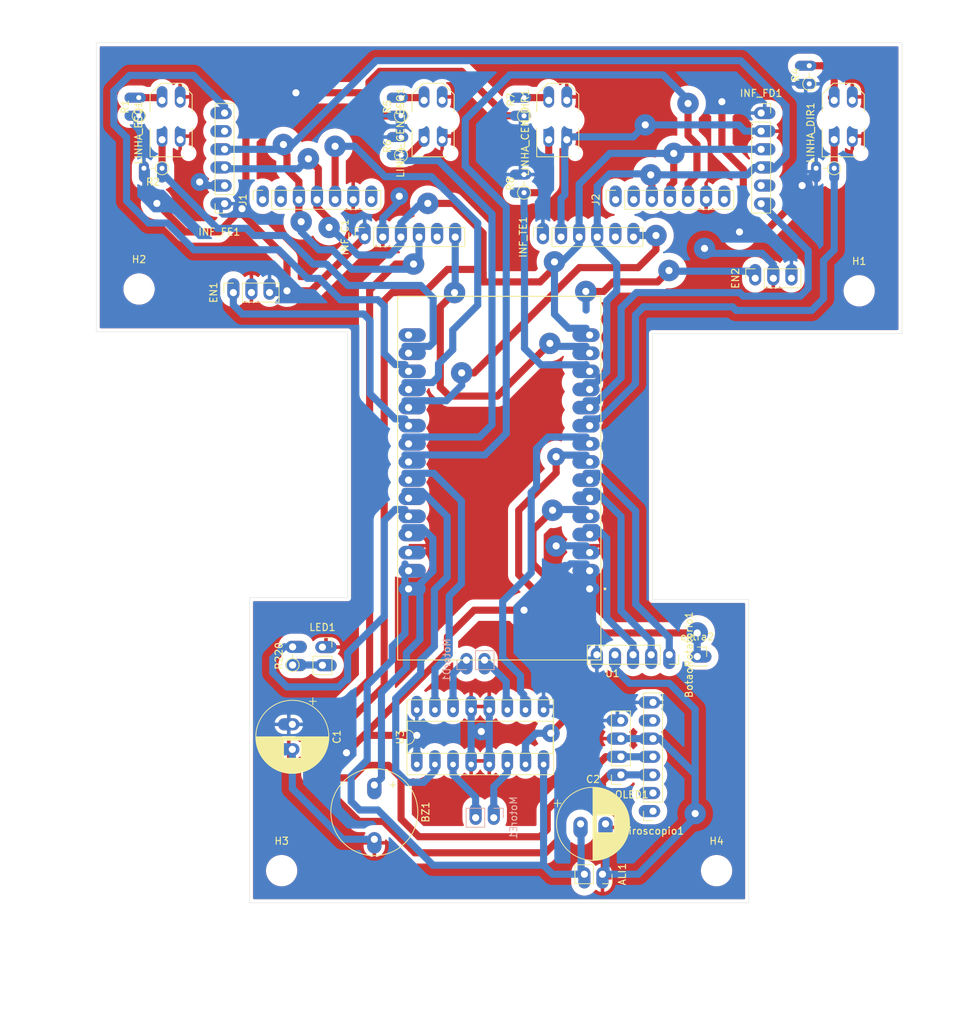
<source format=kicad_pcb>
(kicad_pcb (version 20241229) (generator "pcbnew") (generator_version "9.0")
  (layers (0 "F.Cu" signal) (2 "B.Cu" signal) (13 "F.Paste" user) (15 "B.Paste" user) (5 "F.SilkS" user "F.Silkscreen") (7 "B.SilkS" user "B.Silkscreen") (1 "F.Mask" user) (3 "B.Mask" user) (25 "Edge.Cuts" user))
  (net 0 "")
  (net 1 "KEY")
  (net 2 "S1")
  (net 3 "GND")
  (net 4 "S2")
  (net 5 "OUTE")
  (net 6 "OUTD")
  (net 7 "SDA")
  (net 8 "SCL")
  (net 10 "Net-(LINHA_ESQ1-PadA)")
  (net 11 "LE")
  (net 12 "LD")
  (net 13 "Net-(LINHA_CEN_ESQ1-PadA)")
  (net 14 "CE")
  (net 15 "Net-(LINHA_CEN_DIR1-PadA)")
  (net 16 "CD")
  (net 17 "INF_C")
  (net 25 "OUT3")
  (net 26 "IN3")
  (net 27 "IN2")
  (net 28 "IN4")
  (net 29 "IN1")
  (net 30 "OUT2")
  (net 31 "VIN")
  (net 32 "OUT1")
  (net 33 "OUT4")
  (net 35 "INF_FD")
  (net 36 "3v3")
  (net 38 "INF_FE")
  (net 42 "LED")
  (net 43 "Net-(LED1-Pin_2)")
  (net 44 "BUZZ")
  (net 46 "Net-(LINHA_DIR1-PadA)")
  (net 48 "INF_TD")
  (net 49 "2")
  (net 50 "C1")
  (net 51 "C2")
  (footprint "Connector_PinSocket_2.54mm:PinSocket_1x04_P2.54mm_Vertical" (layer "F.Cu") (at 173.0875 126.58 180)
    (property "Reference" "TelaOLED1")
    (property "Value" "Conn_01x04_Socket")
  )
  (footprint "Capacitor_THT:CP_Radial_D10.0mm_P3.50mm" (layer "F.Cu") (at 167.424996 133.441663)
    (property "Reference" "C2")
    (property "Value" "C")
  )
  (footprint "IFSUL Camaquã:MODULE_ESP32_DEVKIT_V1_30_PIN" (layer "F.Cu") (at 156 85 180)
    (property "Reference" "U1")
    (property "Value" "ESP32-DEVKIT-V1")
  )
  (footprint "Connector_PinSocket_2.54mm:PinSocket_1x03_P2.54mm_Vertical" (layer "F.Cu") (at 118.725 59 90)
    (property "Reference" "EN1")
    (property "Value" "Conn_01x03_Socket")
  )
  (footprint "IFSUL Camaquã:OPTO_TCRT5000" (layer "F.Cu") (at 110 34.823702 90)
    (property "Reference" "LINHA_ESQ1")
    (property "Value" "LINHA_ESQ")
  )
  (footprint "Connector_PinSocket_2.54mm:PinSocket_1x06_P2.54mm_Vertical" (layer "F.Cu") (at 137.144251 51.223702 90)
    (property "Reference" "INF_C1")
    (property "Value" "Conn_01x06_Socket")
  )
  (footprint "Connector_PinSocket_2.54mm:PinSocket_1x02_P2.54mm_Vertical" (layer "F.Cu") (at 170.5 140.5 -90)
    (property "Reference" "ALI1")
    (property "Value" "Conn_01x02_Socket")
  )
  (footprint "MountingHole:MountingHole_3.2mm_M3" (layer "F.Cu") (at 186.5 140)
    (property "Reference" "H4")
    (property "Value" "MountingHole")
  )
  (footprint "MountingHole:MountingHole_3.2mm_M3" (layer "F.Cu") (at 105.5 58.5)
    (property "Reference" "H2")
    (property "Value" "MountingHole" (hide yes))
  )
  (footprint "Connector_PinSocket_2.54mm:PinSocket_1x01_P2.54mm_Vertical" (layer "F.Cu") (at 183.788474 110)
    (property "Reference" "extra2")
    (property "Value" "Conn_01x01_Socket")
  )
  (footprint "Package_DIP:CERDIP-16_W7.62mm_SideBrazed_LongPads_Socket" (layer "F.Cu") (at 144.46 125.12 90)
    (property "Reference" "U3")
    (property "Value" "L293D")
  )
  (footprint "Connector_PinSocket_2.54mm:PinSocket_1x05_P2.54mm_Vertical" (layer "F.Cu") (at 179.87 109.748473 -90)
    (property "Reference" "BotaoRotatorio1")
    (property "Value" "Conn_01x05_Socket")
  )
  (footprint "Connector_PinSocket_2.54mm:PinSocket_1x03_P2.54mm_Vertical" (layer "F.Cu") (at 191.92 57 90)
    (property "Reference" "EN2")
    (property "Value" "Conn_01x03_Socket")
  )
  (footprint "MountingHole:MountingHole_3.2mm_M3" (layer "F.Cu") (at 206.5 58.75)
    (property "Reference" "H1")
    (property "Value" "MountingHole")
  )
  (footprint "IFSUL Camaquã:OPTO_TCRT5000" (layer "F.Cu") (at 164.23 34.823702 90)
    (property "Reference" "LINHA_CEN_DIR1")
    (property "Value" "~")
  )
  (footprint "Resistor_THT:R_Axial_DIN0204_L3.6mm_D1.6mm_P2.54mm_Vertical" (layer "F.Cu") (at 105.4625 34.22 90)
    (property "Reference" "R1")
    (property "Value" "150")
  )
  (footprint "Connector_PinSocket_2.54mm:PinSocket_1x07_P2.54mm_Vertical" (layer "F.Cu") (at 172.34 46 90)
    (property "Reference" "J2")
    (property "Value" "Conn_01x07_Socket")
  )
  (footprint "MountingHole:MountingHole_3.2mm_M3" (layer "F.Cu") (at 125.5 140)
    (property "Reference" "H3")
    (property "Value" "MountingHole")
  )
  (footprint "Resistor_THT:R_Axial_DIN0204_L3.6mm_D1.6mm_P2.54mm_Vertical" (layer "F.Cu") (at 142.244251 34.22 90)
    (property "Reference" "R5")
    (property "Value" "150")
  )
  (footprint "Connector_PinSocket_2.54mm:PinSocket_1x06_P2.54mm_Vertical" (layer "F.Cu") (at 117.5 46.54 180)
    (property "Reference" "INF_FE1")
    (property "Value" "Conn_01x06_Socket")
  )
  (footprint "IFSUL Camaquã:OPTO_TCRT5000" (layer "F.Cu") (at 146.744251 34.823702 90)
    (property "Reference" "LINHA_CEN_ESQ1")
    (property "Value" "~")
  )
  (footprint "Resistor_THT:R_Axial_DIN0204_L3.6mm_D1.6mm_P2.54mm_Vertical" (layer "F.Cu") (at 108.73 41.573702 180)
    (property "Reference" "R2")
    (property "Value" "10K")
  )
  (footprint "Buzzer_Beeper:Buzzer_12x9.5RM7.6" (layer "F.Cu") (at 138.5 128 -90)
    (property "Reference" "BZ1")
    (property "Value" "Buzzer")
  )
  (footprint "Resistor_THT:R_Axial_DIN0204_L3.6mm_D1.6mm_P2.54mm_Vertical" (layer "F.Cu") (at 159.5 34.22 90)
    (property "Reference" "R7")
    (property "Value" "150")
  )
  (footprint "Resistor_THT:R_Axial_DIN0204_L3.6mm_D1.6mm_P2.54mm_Vertical" (layer "F.Cu") (at 203 41.573702 180)
    (property "Reference" "R3" (hide yes))
    (property "Value" "10K")
  )
  (footprint "Connector_PinSocket_2.54mm:PinSocket_1x06_P2.54mm_Vertical" (layer "F.Cu") (at 162.144251 51.223702 90)
    (property "Reference" "INF_TE1")
    (property "Value" "Conn_01x06_Socket")
  )
  (footprint "Capacitor_THT:CP_Radial_D10.0mm_P3.50mm" (layer "F.Cu") (at 127 119.5 -90)
    (property "Reference" "C1")
    (property "Value" "C")
  )
  (footprint "Connector_PinSocket_2.54mm:PinSocket_1x06_P2.54mm_Vertical" (layer "F.Cu") (at 192.75 33.84)
    (property "Reference" "INF_FD1")
    (property "Value" "Conn_01x06_Socket")
  )
  (footprint "Resistor_THT:R_Axial_DIN0204_L3.6mm_D1.6mm_P2.54mm_Vertical" (layer "F.Cu") (at 159.5 45 90)
    (property "Reference" "R8")
    (property "Value" "10K")
  )
  (footprint "Connector_PinSocket_2.54mm:PinSocket_1x07_P2.54mm_Vertical" (layer "F.Cu") (at 177.5875 131.66 180)
    (property "Reference" "giroscopio1")
    (property "Value" "Conn_01x07_Socket")
  )
  (footprint "IFSUL Camaquã:OPTO_TCRT5000" (layer "F.Cu") (at 204.27 34.823702 90)
    (property "Reference" "LINHA_DIR1")
    (property "Value" "~")
  )
  (footprint "Resistor_THT:R_Axial_DIN0204_L3.6mm_D1.6mm_P2.54mm_Vertical" (layer "F.Cu") (at 142.25 39.75 90)
    (property "Reference" "R6")
    (property "Value" "10K")
  )
  (footprint "Connector_PinSocket_2.54mm:PinSocket_1x02_P2.54mm_Vertical" (layer "F.Cu") (at 131.220771 108.673545)
    (property "Reference" "LED1")
    (property "Value" "Conn_01x02_Socket")
  )
  (footprint "Resistor_THT:R_Axial_DIN0204_L3.6mm_D1.6mm_P2.54mm_Vertical" (layer "F.Cu") (at 127.0375 111.184086 90)
    (property "Reference" "R220")
    (property "Value" "R")
  )
  (footprint "Connector_PinSocket_2.54mm:PinSocket_1x07_P2.54mm_Vertical" (layer "F.Cu") (at 122.84 46 90)
    (property "Reference" "J1")
    (property "Value" "Conn_01x07_Socket")
  )
  (footprint "Resistor_THT:R_Axial_DIN0204_L3.6mm_D1.6mm_P2.54mm_Vertical" (layer "F.Cu") (at 199.5 29.75 90)
    (property "Reference" "R4")
    (property "Value" "150")
  )
  (footprint "Connector_PinSocket_2.54mm:PinSocket_1x02_P2.54mm_Vertical" (layer "B.Cu") (at 155.25 132.5875 90)
    (property "Reference" "MotorE1")
    (property "Value" "Conn_01x02_Socket")
  )
  (footprint "Connector_PinSocket_2.54mm:PinSocket_1x02_P2.54mm_Vertical" (layer "B.Cu") (at 151.42 110.5 -90)
    (property "Reference" "MotorD1")
    (property "Value" "Conn_01x02_Socket")
  )
  (gr_poly (pts (xy 99.5 24) (xy 212.5 24) (xy 212.5 64.75) (xy 177.5 64.75) (xy 177.5 102) (xy 191 102) (xy 191 144.5) (xy 121 144.5) (xy 121 101.75) (xy 134.75 101.75) (xy 134.75 64.5) (xy 99.5 64.5)) (stroke (width 0.05)) (fill no) (layer "Edge.Cuts"))
  (segment (start 175.157143 102.657143) (end 179.87 107.37) (width 1) (layer "B.Cu") (net 1))
  (segment (start 175.157143 89.609443) (end 175.157143 102.657143) (width 1) (layer "B.Cu") (net 1))
  (segment (start 170.355 84.855) (end 170.4027 84.855) (width 1) (layer "B.Cu") (net 1))
  (segment (start 168.2 84.315) (end 169.815 84.315) (width 1) (layer "B.Cu") (net 1))
  (segment (start 170.4027 84.855) (end 175.157143 89.609443) (width 1) (layer "B.Cu") (net 1))
  (segment (start 179.87 107.37) (end 179.87 109.748473) (width 1) (layer "B.Cu") (net 1))
  (segment (start 179.87 109.748473) (end 179.695617 109.57409) (width 1) (layer "B.Cu") (net 1))
  (segment (start 169.815 84.315) (end 170.355 84.855) (width 1) (layer "B.Cu") (net 1))
  (via (at 164 94.5) (size 3) (drill 1) (layers "F.Cu" "B.Cu") (net 2))
  (segment (start 168.2 94.475) (end 164.025 94.475) (width 1) (layer "B.Cu") (net 2))
  (segment (start 174.79 108.29) (end 171.098 104.598) (width 1) (layer "B.Cu") (net 2))
  (segment (start 174.79 109.748473) (end 174.79 108.29) (width 1) (layer "B.Cu") (net 2))
  (segment (start 164.025 94.475) (end 164 94.5) (width 1) (layer "B.Cu") (net 2))
  (segment (start 171.098 93.458727) (end 169.574273 91.935) (width 1) (layer "B.Cu") (net 2))
  (segment (start 169.574273 91.935) (end 168.2 91.935) (width 1) (layer "B.Cu") (net 2))
  (segment (start 171.098 104.598) (end 171.098 93.458727) (width 1) (layer "B.Cu") (net 2))
  (via (at 183.5 132) (size 3) (drill 1) (layers "F.Cu" "B.Cu") (net 3))
  (via (at 114 43.5) (size 2.5) (drill 1) (layers "F.Cu" "B.Cu") (net 3))
  (via (at 142 45.5) (size 2.5) (drill 1) (layers "F.Cu" "B.Cu") (net 3))
  (via (at 153.5 120.5) (size 2.5) (drill 1) (layers "F.Cu" "B.Cu") (net 3))
  (via (at 176.5 35.5) (size 3) (drill 1) (layers "F.Cu" "B.Cu") (net 3))
  (via (at 184.810501 52.810501) (size 3) (drill 1) (layers "F.Cu" "B.Cu") (net 3))
  (segment (start 180.261158 123.238842) (end 183.011158 125.988842) (width 1) (layer "B.Cu") (net 3))
  (segment (start 190.5 36.38) (end 189.62 35.5) (width 1) (layer "B.Cu") (net 3))
  (segment (start 164.684251 45.815749) (end 165.22225 45.27775) (width 1) (layer "B.Cu") (net 3))
  (segment (start 183.5 132.5) (end 175.5 140.5) (width 1) (layer "B.Cu") (net 3))
  (segment (start 127 123) (end 127 128.5) (width 1) (layer "B.Cu") (net 3))
  (segment (start 165.22225 45.27775) (end 165.22225 41.152563) (width 1) (layer "B.Cu") (net 3))
  (segment (start 154.62 117.5) (end 154.62 120.5) (width 1) (layer "B.Cu") (net 3))
  (segment (start 183.5 132) (end 183.5 132.5) (width 1) (layer "B.Cu") (net 3))
  (segment (start 172.25 111.683289) (end 174.315184 113.748473) (width 1) (layer "B.Cu") (net 3))
  (segment (start 165.22225 41.152563) (end 165.203111 41.133424) (width 1) (layer "B.Cu") (net 3))
  (segment (start 171 140.5) (end 170.5 141) (width 1) (layer "B.Cu") (net 3))
  (segment (start 152.08 120.5) (end 153.5 120.5) (width 1) (layer "B.Cu") (net 3))
  (segment (start 153.5 120.5) (end 154.62 120.5) (width 1) (layer "B.Cu") (net 3))
  (segment (start 114.5 44) (end 114 43.5) (width 1) (layer "B.Cu") (net 3))
  (segment (start 165.899 37.174702) (end 174.825298 37.174702) (width 1) (layer "B.Cu") (net 3))
  (segment (start 174.825298 37.174702) (end 176.5 35.5) (width 1) (layer "B.Cu") (net 3))
  (segment (start 171 133.516667) (end 170.924996 133.441663) (width 1) (layer "B.Cu") (net 3))
  (segment (start 192.75 36.38) (end 190.5 36.38) (width 1) (layer "B.Cu") (net 3))
  (segment (start 180.261158 123.238842) (end 183.5 126.477684) (width 1) (layer "B.Cu") (net 3))
  (segment (start 172.25 109.748473) (end 172.25 111.683289) (width 1) (layer "B.Cu") (net 3))
  (segment (start 173.0875 121.5) (end 177.5875 121.5) (width 1) (layer "B.Cu") (net 3))
  (segment (start 142 46.25) (end 139.684251 48.565749) (width 1) (layer "B.Cu") (net 3))
  (segment (start 152.08 117.5) (end 152.08 120.5) (width 1) (layer "B.Cu") (net 3))
  (segment (start 183.5 126.477684) (end 183.5 132) (width 1) (layer "B.Cu") (net 3))
  (segment (start 165.203111 37.870591) (end 165.899 37.174702) (width 1) (layer "B.Cu") (net 3))
  (segment (start 177.5875 121.5) (end 178.522316 121.5) (width 1) (layer "B.Cu") (net 3))
  (segment (start 194.46 55.065184) (end 194.46 57) (width 1) (layer "B.Cu") (net 3))
  (segment (start 170.5 140.5) (end 171 140) (width 1) (layer "B.Cu") (net 3))
  (segment (start 185.5 53.5) (end 192.894816 53.5) (width 1) (layer "B.Cu") (net 3))
  (segment (start 134.1 135.6) (end 138.5 135.6) (width 1) (layer "B.Cu") (net 3))
  (segment (start 189.62 35.5) (end 176.5 35.5) (width 1) (layer "B.Cu") (net 3))
  (segment (start 192.894816 53.5) (end 194.46 55.065184) (width 1) (layer "B.Cu") (net 3))
  (segment (start 165.203111 41.133424) (end 165.203111 37.870591) (width 1) (layer "B.Cu") (net 3))
  (segment (start 127 128.5) (end 134.1 135.6) (width 1) (layer "B.Cu") (net 3))
  (segment (start 117.5 44) (end 114.5 44) (width 1) (layer "B.Cu") (net 3))
  (segment (start 171 140) (end 171 133.516667) (width 1) (layer "B.Cu") (net 3))
  (segment (start 142 45.5) (end 142 46.25) (width 1) (layer "B.Cu") (net 3))
  (segment (start 183.5 117.384526) (end 183.5 126.477684) (width 1) (layer "B.Cu") (net 3))
  (segment (start 164.684251 51.223702) (end 164.684251 45.815749) (width 1) (layer "B.Cu") (net 3))
  (segment (start 179.863947 113.748473) (end 183.5 117.384526) (width 1) (layer "B.Cu") (net 3))
  (segment (start 178.522316 121.5) (end 180.261158 123.238842) (width 1) (layer "B.Cu") (net 3))
  (segment (start 154.62 120.5) (end 154.62 125.12) (width 1) (layer "B.Cu") (net 3))
  (segment (start 175.5 140.5) (end 171 140.5) (width 1) (layer "B.Cu") (net 3))
  (segment (start 152.08 120.5) (end 152.08 125.12) (width 1) (layer "B.Cu") (net 3))
  (segment (start 139.684251 48.565749) (end 139.684251 51.223702) (width 1) (layer "B.Cu") (net 3))
  (segment (start 184.810501 52.810501) (end 185.5 53.5) (width 1) (layer "B.Cu") (net 3))
  (segment (start 174.315184 113.748473) (end 179.863947 113.748473) (width 1) (layer "B.Cu") (net 3))
  (segment (start 168.2 86.855) (end 169.574273 86.855) (width 1) (layer "B.Cu") (net 4))
  (segment (start 177.33 107.83) (end 177.33 109.748473) (width 1) (layer "B.Cu") (net 4))
  (segment (start 173.099 103.599) (end 177.33 107.83) (width 1) (layer "B.Cu") (net 4))
  (segment (start 173.099 90.379727) (end 173.099 103.599) (width 1) (layer "B.Cu") (net 4))
  (segment (start 169.574273 86.855) (end 173.099 90.379727) (width 1) (layer "B.Cu") (net 4))
  (segment (start 137.902 62.902) (end 137.902 73.171273) (width 1) (layer "B.Cu") (net 5))
  (segment (start 118.725 60.725) (end 120 62) (width 1) (layer "B.Cu") (net 5))
  (segment (start 137.902 73.171273) (end 141.425727 76.695) (width 1) (layer "B.Cu") (net 5))
  (segment (start 118.725 59) (end 118.725 60.725) (width 1) (layer "B.Cu") (net 5))
  (segment (start 120 62) (end 137 62) (width 1) (layer "B.Cu") (net 5))
  (segment (start 137 62) (end 137.902 62.902) (width 1) (layer "B.Cu") (net 5))
  (segment (start 141.425727 76.695) (end 142.8 76.695) (width 1) (layer "B.Cu") (net 5))
  (segment (start 170.660411 58.839589) (end 172 57.5) (width 1) (layer "F.Cu") (net 6))
  (segment (start 168.160411 58.839589) (end 170.660411 58.839589) (width 1) (layer "F.Cu") (net 6))
  (segment (start 172 57.5) (end 178.236054 57.5) (width 1) (layer "F.Cu") (net 6))
  (segment (start 178.236054 57.5) (end 179.827537 55.908517) (width 1) (layer "F.Cu") (net 6))
  (via (at 179.827537 55.908517) (size 3) (drill 1) (layers "F.Cu" "B.Cu") (net 6))
  (via (at 168.160411 58.839589) (size 3) (drill 1) (layers "F.Cu" "B.Cu") (net 6))
  (segment (start 168.2 59.141939) (end 168.2 61.455) (width 1) (layer "B.Cu") (net 6))
  (segment (start 168.160411 58.839589) (end 168.160411 59.10235) (width 1) (layer "B.Cu") (net 6))
  (segment (start 179.91902 56) (end 190.92 56) (width 1) (layer "B.Cu") (net 6))
  (segment (start 168.160411 59.10235) (end 168.2 59.141939) (width 1) (layer "B.Cu") (net 6))
  (segment (start 179.827537 55.908517) (end 179.91902 56) (width 1) (layer "B.Cu") (net 6))
  (segment (start 190.92 56) (end 191.92 57) (width 1) (layer "B.Cu") (net 6))
  (segment (start 126.25 39.75) (end 126.25 41.75) (width 1) (layer "F.Cu") (net 7))
  (segment (start 126.25 41.75) (end 127.92 43.42) (width 1) (layer "F.Cu") (net 7))
  (segment (start 166.5 130.75) (end 170 130.75) (width 1) (layer "F.Cu") (net 7))
  (segment (start 129.734065 121.29011) (end 129.734065 126.484065) (width 1) (layer "F.Cu") (net 7))
  (segment (start 137.841346 58.658654) (end 137.841346 113.182829) (width 1) (layer "F.Cu") (net 7))
  (segment (start 127.92 43.42) (end 127.92 46) (width 1) (layer "F.Cu") (net 7))
  (segment (start 125.75 39.25) (end 126.25 39.75) (width 1) (layer "F.Cu") (net 7))
  (segment (start 136.35 133.1) (end 139.771572 133.1) (width 1) (layer "F.Cu") (net 7))
  (segment (start 164.75 132.5) (end 166.5 130.75) (width 1) (layer "F.Cu") (net 7))
  (segment (start 171.42 126.58) (end 173.0875 126.58) (width 1) (layer "F.Cu") (net 7))
  (segment (start 129.734065 126.484065) (end 136.35 133.1) (width 1) (layer "F.Cu") (net 7))
  (segment (start 162.5 137.5) (end 164.75 135.25) (width 1) (layer "F.Cu") (net 7))
  (segment (start 139.771572 133.1) (end 144.171572 137.5) (width 1) (layer "F.Cu") (net 7))
  (segment (start 127.92 46) (end 127.92 48.748422) (width 1) (layer "F.Cu") (net 7))
  (segment (start 141.5 55) (end 137.841346 58.658654) (width 1) (layer "F.Cu") (net 7))
  (segment (start 164.75 135.25) (end 164.75 132.5) (width 1) (layer "F.Cu") (net 7))
  (segment (start 170.5 127.5) (end 171.42 126.58) (width 1) (layer "F.Cu") (net 7))
  (segment (start 137.841346 113.182829) (end 129.734065 121.29011) (width 1) (layer "F.Cu") (net 7))
  (segment (start 170.5 130.25) (end 170.5 127.5) (width 1) (layer "F.Cu") (net 7))
  (segment (start 144.171572 137.5) (end 162.5 137.5) (width 1) (layer "F.Cu") (net 7))
  (segment (start 144 55) (end 141.5 55) (width 1) (layer "F.Cu") (net 7))
  (segment (start 177.42 42.653058) (end 177.265942 42.499) (width 1) (layer "F.Cu") (net 7))
  (segment (start 127.92 48.748422) (end 128.239683 49.068105) (width 1) (layer "F.Cu") (net 7))
  (segment (start 170 130.75) (end 170.5 130.25) (width 1) (layer "F.Cu") (net 7))
  (segment (start 177.42 46) (end 177.42 42.653058) (width 1) (layer "F.Cu") (net 7))
  (segment (start 125.75 38.25) (end 125.75 39.25) (width 1) (layer "F.Cu") (net 7))
  (via (at 125.75 38.25) (size 3) (drill 1) (layers "F.Cu" "B.Cu") (net 7))
  (via (at 128.239683 49.068105) (size 3) (drill 1) (layers "F.Cu" "B.Cu") (net 7))
  (via (at 177.265942 42.499) (size 3) (drill 1) (layers "F.Cu" "B.Cu") (net 7))
  (via (at 144 55) (size 3) (drill 1) (layers "F.Cu" "B.Cu") (net 7))
  (segment (start 172.5 55) (end 172.5 58.75) (width 1) (layer "B.Cu") (net 7))
  (segment (start 144.764251 51.223702) (end 144.764251 51.264251) (width 1) (layer "B.Cu") (net 7))
  (segment (start 127.92 48.748422) (end 128.239683 49.068105) (width 1) (layer "B.Cu") (net 7))
  (segment (start 127.92 48.302695) (end 127.92 48.748422) (width 1) (layer "B.Cu") (net 7))
  (segment (start 169.574273 71.615) (end 168.2 71.615) (width 1) (layer "B.Cu") (net 7))
  (segment (start 126.33 38.92) (end 117.5 38.92) (width 1) (layer "B.Cu") (net 7))
  (segment (start 144.764251 54.235749) (end 143.275298 55.724702) (width 1) (layer "B.Cu") (net 7))
  (segment (start 173.0875 126.58) (end 177.5875 126.58) (width 1) (layer "B.Cu") (net 7))
  (segment (start 171.098 70.091273) (end 169.574273 71.615) (width 1) (layer "B.Cu") (net 7))
  (segment (start 196.251 39.893816) (end 196.251 32.866184) (width 1) (layer "B.Cu") (net 7))
  (segment (start 143.275298 55.724702) (end 135.342007 55.724702) (width 1) (layer "B.Cu") (net 7))
  (segment (start 135.342007 55.724702) (end 132.617305 53) (width 1) (layer "B.Cu") (net 7))
  (segment (start 132.617305 53) (end 130.757359 53) (width 1) (layer "B.Cu") (net 7))
  (segment (start 177.265942 42.499) (end 190.776184 42.499) (width 1) (layer "B.Cu") (net 7))
  (segment (start 189.884816 26.5) (end 138.75 26.5) (width 1) (layer "B.Cu") (net 7))
  (segment (start 130.757359 53) (end 128.239683 50.482324) (width 1) (layer "B.Cu") (net 7))
  (segment (start 194.495816 41.649) (end 196.251 39.893816) (width 1) (layer "B.Cu") (net 7))
  (segment (start 172.5 58.75) (end 171.098 60.152) (width 1) (layer "B.Cu") (net 7))
  (segment (start 138.75 26.5) (end 126.33 38.92) (width 1) (layer "B.Cu") (net 7))
  (segment (start 171.502587 42.362597) (end 177.129539 42.362597) (width 1) (layer "B.Cu") (net 7))
  (segment (start 177.129539 42.362597) (end 177.265942 42.499) (width 1) (layer "B.Cu") (net 7))
  (segment (start 196.251 32.866184) (end 189.884816 26.5) (width 1) (layer "B.Cu") (net 7))
  (segment (start 190.776184 42.499) (end 191.815184 41.46) (width 1) (layer "B.Cu") (net 7))
  (segment (start 128.239683 50.482324) (end 128.239683 49.068105) (width 1) (layer "B.Cu") (net 7))
  (segment (start 191.815184 41.46) (end 192.75 41.46) (width 1) (layer "B.Cu") (net 7))
  (segment (start 169.764251 52.264251) (end 172.5 55) (width 1) (layer "B.Cu") (net 7))
  (segment (start 169.764251 51.223702) (end 169.764251 44.100933) (width 1) (layer "B.Cu") (net 7))
  (segment (start 144.764251 51.223702) (end 144.764251 54.235749) (width 1) (layer "B.Cu") (net 7))
  (segment (start 192.939 41.649) (end 194.495816 41.649) (width 1) (layer "B.Cu") (net 7))
  (segment (start 171.098 60.152) (end 171.098 70.091273) (width 1) (layer "B.Cu") (net 7))
  (segment (start 171.365184 42.5) (end 169.764251 44.100933) (width 1) (layer "B.Cu") (net 7))
  (segment (start 192.75 41.46) (end 192.939 41.649) (width 1) (layer "B.Cu") (net 7))
  (segment (start 169.764251 44.100933) (end 171.502587 42.362597) (width 1) (layer "B.Cu") (net 7))
  (segment (start 169.764251 51.223702) (end 169.764251 52.264251) (width 1) (layer "B.Cu") (net 7))
  (segment (start 137.125 125.25) (end 135.375 127) (width 1) (layer "F.Cu") (net 8))
  (segment (start 144.75 135.25) (end 142.25 132.75) (width 1) (layer "F.Cu") (net 8))
  (segment (start 153.25 55.75) (end 153.75 56.25) (width 1) (layer "F.Cu") (net 8))
  (segment (start 153.75 56.25) (end 153.75 57.5) (width 1) (layer "F.Cu") (net 8))
  (segment (start 167.75 128.75) (end 165.5 128.75) (width 1) (layer "F.Cu") (net 8))
  (segment (start 148.75 55.75) (end 153.25 55.75) (width 1) (layer "F.Cu") (net 8))
  (segment (start 180.5 43.489724) (end 180.5 39.499) (width 1) (layer "F.Cu") (net 8))
  (segment (start 130.46 46) (end 130.46 47.045781) (width 1) (layer "F.Cu") (net 8))
  (segment (start 135.375 127) (end 133.25 127) (width 1) (layer "F.Cu") (net 8))
  (segment (start 139.882417 60.117583) (end 141 59) (width 1) (layer "F.Cu") (net 8))
  (segment (start 133.25 127) (end 131.825457 125.575457) (width 1) (layer "F.Cu") (net 8))
  (segment (start 140.5 125.25) (end 137.125 125.25) (width 1) (layer "F.Cu") (net 8))
  (segment (start 162.75 134.25) (end 161.75 135.25) (width 1) (layer "F.Cu") (net 8))
  (segment (start 153.75 50.654635) (end 149.595365 46.5) (width 1) (layer "F.Cu") (net 8))
  (segment (start 130.649 41.649) (end 130.649 45.811) (width 1) (layer "F.Cu") (net 8))
  (segment (start 139.882417 114.117583) (end 139.882417 60.117583) (width 1) (layer "F.Cu") (net 8))
  (segment (start 145.5 59) (end 148.75 55.75) (width 1) (layer "F.Cu") (net 8))
  (segment (start 153.75 57.5) (end 153.75 50.654635) (width 1) (layer "F.Cu") (net 8))
  (segment (start 131.825457 122.174543) (end 139.882417 114.117583) (width 1) (layer "F.Cu") (net 8))
  (segment (start 163.765922 55.484078) (end 161.75 57.5) (width 1) (layer "F.Cu") (net 8))
  (segment (start 173.0875 124.04) (end 170.96 124.04) (width 1) (layer "F.Cu") (net 8))
  (segment (start 149.595365 46.5) (end 146 46.5) (width 1) (layer "F.Cu") (net 8))
  (segment (start 163.765922 54.697776) (end 163.765922 55.484078) (width 1) (layer "F.Cu") (net 8))
  (segment (start 162.75 131.5) (end 162.75 134.25) (width 1) (layer "F.Cu") (net 8))
  (segment (start 141 59) (end 145.5 59) (width 1) (layer "F.Cu") (net 8))
  (segment (start 131.825457 125.575457) (end 131.825457 122.174543) (width 1) (layer "F.Cu") (net 8))
  (segment (start 142.25 127) (end 140.5 125.25) (width 1) (layer "F.Cu") (net 8))
  (segment (start 142.25 132.75) (end 142.25 127) (width 1) (layer "F.Cu") (net 8))
  (segment (start 161.75 57.5) (end 153.75 57.5) (width 1) (layer "F.Cu") (net 8))
  (segment (start 161.75 135.25) (end 144.75 135.25) (width 1) (layer "F.Cu") (net 8))
  (segment (start 130.649 45.811) (end 130.46 46) (width 1) (layer "F.Cu") (net 8))
  (segment (start 132.15889 48.744671) (end 132.15889 49.868) (width 1) (layer "F.Cu") (net 8))
  (segment (start 179.96 46) (end 179.96 44.029724) (width 1) (layer "F.Cu") (net 8))
  (segment (start 168.5 128) (end 167.75 128.75) (width 1) (layer "F.Cu") (net 8))
  (segment (start 179.96 44.029724) (end 180.5 43.489724) (width 1) (layer "F.Cu") (net 8))
  (segment (start 170.96 124.04) (end 168.5 126.5) (width 1) (layer "F.Cu") (net 8))
  (segment (start 165.5 128.75) (end 162.75 131.5) (width 1) (layer "F.Cu") (net 8))
  (segment (start 130.46 47.045781) (end 132.15889 48.744671) (width 1) (layer "F.Cu") (net 8))
  (segment (start 168.5 126.5) (end 168.5 128) (width 1) (layer "F.Cu") (net 8))
  (segment (start 129.25 40.25) (end 130.649 41.649) (width 1) (layer "F.Cu") (net 8))
  (via (at 163.765922 54.697776) (size 3) (drill 1) (layers "F.Cu" "B.Cu") (net 8))
  (via (at 129.25 40.25) (size 3) (drill 1) (layers "F.Cu" "B.Cu") (net 8))
  (via (at 180.5 39.499) (size 3) (drill 1) (layers "F.Cu" "B.Cu") (net 8))
  (via (at 132.15889 49.868) (size 3) (drill 1) (layers "F.Cu" "B.Cu") (net 8))
  (via (at 146 46.5) (size 3) (drill 1) (layers "F.Cu" "B.Cu") (net 8))
  (segment (start 163.211533 54.483015) (end 163.211533 54.283763) (width 1) (layer "B.Cu") (net 8))
  (segment (start 163.765922 55.903468) (end 163.765922 62.023281) (width 1) (layer "B.Cu") (net 8))
  (segment (start 136.170435 53.724702) (end 132.313733 49.868) (width 1) (layer "B.Cu") (net 8))
  (segment (start 165.737641 63.995) (end 168.2 63.995) (width 1) (layer "B.Cu") (net 8))
  (segment (start 167.224251 52.275749) (end 167.224251 51.223702) (width 1) (layer "B.Cu") (net 8))
  (segment (start 163.211533 54.483015) (end 163.211533 54.283763) (width 1) (layer "B.Cu") (net 8))
  (segment (start 142.224251 52.158518) (end 140.658067 53.724702) (width 1) (layer "B.Cu") (net 8))
  (segment (start 146 46.5) (end 145.5 46.5) (width 1) (layer "B.Cu") (net 8))
  (segment (start 163.211533 54.483015) (end 163.090076 54.361558) (width 1) (layer "B.Cu") (net 8))
  (segment (start 117.689 41.649) (end 117.5 41.46) (width 1) (layer "B.Cu") (net 8))
  (segment (start 167.224251 51.223702) (end 167.224251 43.809677) (width 1) (layer "B.Cu") (net 8))
  (segment (start 144.616756 46.883244) (end 142.224251 49.275749) (width 1) (layer "B.Cu") (net 8))
  (segment (start 142.224251 49.275749) (end 142.224251 51.223702) (width 1) (layer "B.Cu") (net 8))
  (segment (start 140.658067 53.724702) (end 136.170435 53.724702) (width 1) (layer "B.Cu") (net 8))
  (segment (start 129.25 40.25) (end 127.851 41.649) (width 1) (layer "B.Cu") (net 8))
  (segment (start 145.116756 46.883244) (end 144.616756 46.883244) (width 1) (layer "B.Cu") (net 8))
  (segment (start 173.0875 124.04) (end 177.5875 124.04) (width 1) (layer "B.Cu") (net 8))
  (segment (start 171.534928 39.499) (end 180.5 39.499) (width 1) (layer "B.Cu") (net 8))
  (segment (start 192.75 38.92) (end 181.079 38.92) (width 1) (layer "B.Cu") (net 8))
  (segment (start 163.765922 54.697776) (end 164.802224 54.697776) (width 1) (layer "B.Cu") (net 8))
  (segment (start 164.802224 54.697776) (end 167.224251 52.275749) (width 1) (layer "B.Cu") (net 8))
  (segment (start 163.211533 54.483015) (end 163.090076 54.361558) (width 1) (layer "B.Cu") (net 8))
  (segment (start 181.079 38.92) (end 180.5 39.499) (width 1) (layer "B.Cu") (net 8))
  (segment (start 142.224251 51.223702) (end 142.224251 52.158518) (width 1) (layer "B.Cu") (net 8))
  (segment (start 145.5 46.5) (end 145.116756 46.883244) (width 1) (layer "B.Cu") (net 8))
  (segment (start 167.224251 43.809677) (end 171.534928 39.499) (width 1) (layer "B.Cu") (net 8))
  (segment (start 163.758951 54.690805) (end 163.765922 54.697776) (width 1) (layer "B.Cu") (net 8))
  (segment (start 163.765922 62.023281) (end 165.737641 63.995) (width 1) (layer "B.Cu") (net 8))
  (segment (start 132.313733 49.868) (end 132.15889 49.868) (width 1) (layer "B.Cu") (net 8))
  (segment (start 127.851 41.649) (end 117.689 41.649) (width 1) (layer "B.Cu") (net 8))
  (segment (start 108.336298 31.68) (end 108.73 32.073702) (width 1) (layer "F.Cu") (net 10))
  (segment (start 105.4625 31.68) (end 108.336298 31.68) (width 1) (layer "F.Cu") (net 10))
  (segment (start 108.73 37.573702) (end 108.73 41.573702) (width 1) (layer "F.Cu") (net 11))
  (segment (start 129.928936 55) (end 131.78605 55) (width 1) (layer "B.Cu") (net 11))
  (segment (start 116.485184 50) (end 120.591325 50) (width 1) (layer "B.Cu") (net 11))
  (segment (start 131.78605 55) (end 134.78605 58) (width 1) (layer "B.Cu") (net 11))
  (segment (start 134.78605 58) (end 145 58) (width 1) (layer "B.Cu") (net 11))
  (segment (start 145 58) (end 146.75 59.75) (width 1) (layer "B.Cu") (net 11))
  (segment (start 121.591325 51) (end 125.928936 51) (width 1) (layer "B.Cu") (net 11))
  (segment (start 108.73 42.244816) (end 116.485184 50) (width 1) (layer "B.Cu") (net 11))
  (segment (start 146.75 66) (end 146.215 66.535) (width 1) (layer "B.Cu") (net 11))
  (segment (start 108.73 41.573702) (end 108.73 42.244816) (width 1) (layer "B.Cu") (net 11))
  (segment (start 120.591325 50) (end 121.591325 51) (width 1) (layer "B.Cu") (net 11))
  (segment (start 146.75 59.75) (end 146.75 66) (width 1) (layer "B.Cu") (net 11))
  (segment (start 146.215 66.535) (end 142.8 66.535) (width 1) (layer "B.Cu") (net 11))
  (segment (start 125.928936 51) (end 129.928936 55) (width 1) (layer "B.Cu") (net 11))
  (segment (start 203 41.573702) (end 203 37.573702) (width 1) (layer "F.Cu") (net 12))
  (segment (start 188.75 61) (end 176.25 61) (width 1) (layer "B.Cu") (net 12))
  (segment (start 199.828428 61.5) (end 189.25 61.5) (width 1) (layer "B.Cu") (net 12))
  (segment (start 175.128618 62.121382) (end 175.128618 71.755446) (width 1) (layer "B.Cu") (net 12))
  (segment (start 170.189064 76.695) (end 168.2 76.695) (width 1) (layer "B.Cu") (net 12))
  (segment (start 189.25 61.5) (end 188.75 61) (width 1) (layer "B.Cu") (net 12))
  (segment (start 203 41.573702) (end 203 53) (width 1) (layer "B.Cu") (net 12))
  (segment (start 203 53) (end 201.5 54.5) (width 1) (layer "B.Cu") (net 12))
  (segment (start 176.25 61) (end 175.128618 62.121382) (width 1) (layer "B.Cu") (net 12))
  (segment (start 201.5 54.5) (end 201.5 59.828428) (width 1) (layer "B.Cu") (net 12))
  (segment (start 201.5 59.828428) (end 199.828428 61.5) (width 1) (layer "B.Cu") (net 12))
  (segment (start 175.128618 71.755446) (end 170.189064 76.695) (width 1) (layer "B.Cu") (net 12))
  (segment (start 142.244251 31.68) (end 145.080549 31.68) (width 1) (layer "F.Cu") (net 13))
  (segment (start 145.080549 31.68) (end 145.474251 32.073702) (width 1) (layer "F.Cu") (net 13))
  (segment (start 143.297953 39.75) (end 145.474251 37.573702) (width 1) (layer "F.Cu") (net 14))
  (segment (start 142.25 39.75) (end 143.297953 39.75) (width 1) (layer "F.Cu") (net 14))
  (segment (start 147.5 40.5) (end 155 48) (width 1) (layer "B.Cu") (net 14))
  (segment (start 143 40.5) (end 147.5 40.5) (width 1) (layer "B.Cu") (net 14))
  (segment (start 153.265 79.235) (end 142.8 79.235) (width 1) (layer "B.Cu") (net 14))
  (segment (start 142.25 39.75) (end 143 40.5) (width 1) (layer "B.Cu") (net 14))
  (segment (start 155 48) (end 155 77.5) (width 1) (layer "B.Cu") (net 14))
  (segment (start 155 77.5) (end 153.265 79.235) (width 1) (layer "B.Cu") (net 14))
  (segment (start 162.566298 31.68) (end 162.96 32.073702) (width 1) (layer "F.Cu") (net 15))
  (segment (start 159.5 31.68) (end 162.566298 31.68) (width 1) (layer "F.Cu") (net 15))
  (segment (start 162.96 43.79) (end 161.75 45) (width 1) (layer "F.Cu") (net 16))
  (segment (start 162.96 37.573702) (end 162.96 43.79) (width 1) (layer "F.Cu") (net 16))
  (segment (start 161.75 45) (end 159.5 45) (width 1) (layer "F.Cu") (net 16))
  (segment (start 159.5 45) (end 159.5 47.878646) (width 1) (layer "B.Cu") (net 16))
  (segment (start 168.153679 69.121321) (end 168.2 69.075) (width 1) (layer "B.Cu") (net 16))
  (segment (start 159.560677 47.939323) (end 159.560677 66.803318) (width 1) (layer "B.Cu") (net 16))
  (segment (start 159.5 47.878646) (end 159.560677 47.939323) (width 1) (layer "B.Cu") (net 16))
  (segment (start 159.560677 66.803318) (end 161.87868 69.121321) (width 1) (layer "B.Cu") (net 16))
  (segment (start 161.87868 69.121321) (end 168.153679 69.121321) (width 1) (layer "B.Cu") (net 16))
  (segment (start 155.742642 73.5) (end 163.121321 66.121321) (width 1) (layer "F.Cu") (net 17))
  (segment (start 149 73.5) (end 155.742642 73.5) (width 1) (layer "F.Cu") (net 17))
  (segment (start 147.75 72.25) (end 149 73.5) (width 1) (layer "F.Cu") (net 17))
  (segment (start 149.75 59) (end 147.75 61) (width 1) (layer "F.Cu") (net 17))
  (segment (start 147.75 61) (end 147.75 72.25) (width 1) (layer "F.Cu") (net 17))
  (via (at 149.75 59) (size 3) (drill 1) (layers "F.Cu" "B.Cu") (net 17))
  (via (at 163.121321 66.121321) (size 3) (drill 1) (layers "F.Cu" "B.Cu") (net 17))
  (segment (start 163.535 66.535) (end 163.121321 66.121321) (width 1) (layer "B.Cu") (net 17))
  (segment (start 149.844251 58.905749) (end 149.844251 51.223702) (width 1) (layer "B.Cu") (net 17))
  (segment (start 149.75 59) (end 149.844251 58.905749) (width 1) (layer "B.Cu") (net 17))
  (segment (start 168.2 66.535) (end 163.535 66.535) (width 1) (layer "B.Cu") (net 17))
  (segment (start 154 110.5) (end 153.96 110.5) (width 1) (layer "B.Cu") (net 25))
  (segment (start 157 117.34) (end 157 113.5) (width 1) (layer "B.Cu") (net 25))
  (segment (start 157.16 117.5) (end 157 117.34) (width 1) (layer "B.Cu") (net 25))
  (segment (start 157 113.5) (end 154 110.5) (width 1) (layer "B.Cu") (net 25))
  (segment (start 161.25 80.859498) (end 162.874498 79.235) (width 1) (layer "B.Cu") (net 26))
  (segment (start 159.001 112.671158) (end 156.5 110.170158) (width 1) (layer "B.Cu") (net 26))
  (segment (start 160.5 87) (end 161.25 86.25) (width 1) (layer "B.Cu") (net 26))
  (segment (start 159.461 117.261) (end 159.461 115.346895) (width 1) (layer "B.Cu") (net 26))
  (segment (start 156.5 110.170158) (end 156.5 102.257359) (width 1) (layer "B.Cu") (net 26))
  (segment (start 159.461 115.346895) (end 159.001 114.886895) (width 1) (layer "B.Cu") (net 26))
  (segment (start 159.001 114.886895) (end 159.001 112.671158) (width 1) (layer "B.Cu") (net 26))
  (segment (start 160.5 98.257359) (end 160.5 87) (width 1) (layer "B.Cu") (net 26))
  (segment (start 159.7 117.5) (end 159.461 117.261) (width 1) (layer "B.Cu") (net 26))
  (segment (start 162.874498 79.235) (end 168.2 79.235) (width 1) (layer "B.Cu") (net 26))
  (segment (start 156.5 102.257359) (end 160.5 98.257359) (width 1) (layer "B.Cu") (net 26))
  (segment (start 161.25 86.25) (end 161.25 80.859498) (width 1) (layer "B.Cu") (net 26))
  (segment (start 158.75 89.5) (end 164 84.25) (width 1) (layer "F.Cu") (net 27))
  (segment (start 163.25 120.75) (end 165 119) (width 1) (layer "F.Cu") (net 27))
  (segment (start 162.5 102.257359) (end 158.75 98.507359) (width 1) (layer "F.Cu") (net 27))
  (segment (start 158.75 98.507359) (end 158.75 89.5) (width 1) (layer "F.Cu") (net 27))
  (segment (start 162.5 113.305895) (end 162.5 102.257359) (width 1) (layer "F.Cu") (net 27))
  (segment (start 165 115.805895) (end 162.5 113.305895) (width 1) (layer "F.Cu") (net 27))
  (segment (start 164 84.25) (end 164 82) (width 1) (layer "F.Cu") (net 27))
  (segment (start 165 119) (end 165 115.805895) (width 1) (layer "F.Cu") (net 27))
  (via (at 164 82) (size 2.5) (drill 1) (layers "F.Cu" "B.Cu") (net 27))
  (via (at 163.25 120.75) (size 2.5) (drill 1) (layers "F.Cu" "B.Cu") (net 27))
  (segment (start 159.7 122.23154) (end 159.7 125.12) (width 1) (layer "B.Cu") (net 27))
  (segment (start 163.25 120.75) (end 161.18154 120.75) (width 1) (layer "B.Cu") (net 27))
  (segment (start 164 82) (end 164.225 81.775) (width 1) (layer "B.Cu") (net 27))
  (segment (start 164.225 81.775) (end 168.2 81.775) (width 1) (layer "B.Cu") (net 27))
  (segment (start 161.18154 120.75) (end 159.7 122.23154) (width 1) (layer "B.Cu") (net 27))
  (segment (start 150.716 88.216) (end 146.815 84.315) (width 1) (layer "B.Cu") (net 28))
  (segment (start 149 109.75) (end 149 101.5) (width 1) (layer "B.Cu") (net 28))
  (segment (start 147 117.5) (end 147 111.75) (width 1) (layer "B.Cu") (net 28))
  (segment (start 147 111.75) (end 149 109.75) (width 1) (layer "B.Cu") (net 28))
  (segment (start 146.815 84.315) (end 142.8 84.315) (width 1) (layer "B.Cu") (net 28))
  (segment (start 150.716 99.784) (end 150.716 88.216) (width 1) (layer "B.Cu") (net 28))
  (segment (start 149 101.5) (end 150.716 99.784) (width 1) (layer "B.Cu") (net 28))
  (segment (start 148.716 90.380727) (end 145.190273 86.855) (width 1) (layer "B.Cu") (net 29))
  (segment (start 148.716 98.860529) (end 148.716 90.380727) (width 1) (layer "B.Cu") (net 29))
  (segment (start 141.5 126) (end 141.5 115.868204) (width 1) (layer "B.Cu") (net 29))
  (segment (start 146.929532 100.646997) (end 148.716 98.860529) (width 1) (layer "B.Cu") (net 29))
  (segment (start 145 110.5) (end 146.929532 108.570468) (width 1) (layer "B.Cu") (net 29))
  (segment (start 145.413105 127.621) (end 143.121 127.621) (width 1) (layer "B.Cu") (net 29))
  (segment (start 146.929532 108.570468) (end 146.929532 100.646997) (width 1) (layer "B.Cu") (net 29))
  (segment (start 145.190273 86.855) (end 142.8 86.855) (width 1) (layer "B.Cu") (net 29))
  (segment (start 145 112.368204) (end 145 110.5) (width 1) (layer "B.Cu") (net 29))
  (segment (start 143.121 127.621) (end 141.5 126) (width 1) (layer "B.Cu") (net 29))
  (segment (start 141.5 115.868204) (end 145 112.368204) (width 1) (layer "B.Cu") (net 29))
  (segment (start 147 125.12) (end 147 126.034105) (width 1) (layer "B.Cu") (net 29))
  (segment (start 147 126.034105) (end 145.413105 127.621) (width 1) (layer "B.Cu") (net 29))
  (segment (start 157.16 126.34) (end 155.25 128.25) (width 1) (layer "B.Cu") (net 30))
  (segment (start 155.25 128.25) (end 155.25 132.5875) (width 1) (layer "B.Cu") (net 30))
  (segment (start 157.16 125.12) (end 157.16 126.34) (width 1) (layer "B.Cu") (net 30))
  (segment (start 142.795054 98.704946) (end 142.8 98.7) (width 1) (layer "B.Cu") (net 31))
  (segment (start 142.8 98.7) (end 142.8 97.015) (width 1) (layer "B.Cu") (net 31))
  (segment (start 146.74 139.24) (end 139 131.5) (width 1) (layer "B.Cu") (net 31))
  (segment (start 162.24 139.24) (end 146.74 139.24) (width 1) (layer "B.Cu") (net 31))
  (segment (start 141 108.574037) (end 142.795054 106.778983) (width 1) (layer "B.Cu") (net 31))
  (segment (start 136.45108 131.5) (end 135.249 130.29792) (width 1) (layer "B.Cu") (net 31))
  (segment (start 141 110.5) (end 141 108.574037) (width 1) (layer "B.Cu") (net 31))
  (segment (start 167.5 140.04) (end 167.5 133.516667) (width 1) (layer "B.Cu") (net 31))
  (segment (start 162.24 136.26) (end 162.24 139.24) (width 1) (layer "B.Cu") (net 31))
  (segment (start 163.5 140.5) (end 167.96 140.5) (width 1) (layer "B.Cu") (net 31))
  (segment (start 167.96 140.5) (end 167.5 140.04) (width 1) (layer "B.Cu") (net 31))
  (segment (start 137.5 124.5) (end 137.5 114) (width 1) (layer "B.Cu") (net 31))
  (segment (start 135.249 130.29792) (end 135.249 126.751) (width 1) (layer "B.Cu") (net 31))
  (segment (start 135.249 126.751) (end 137.5 124.5) (width 1) (layer "B.Cu") (net 31))
  (segment (start 139 131.5) (end 136.45108 131.5) (width 1) (layer "B.Cu") (net 31))
  (segment (start 162 139.24) (end 162.24 139.24) (width 1) (layer "B.Cu") (net 31))
  (segment (start 137.5 114) (end 141 110.5) (width 1) (layer "B.Cu") (net 31))
  (segment (start 167.5 133.516667) (end 167.424996 133.441663) (width 1) (layer "B.Cu") (net 31))
  (segment (start 162.24 128.74) (end 162.24 125.12) (width 1) (layer "B.Cu") (net 31))
  (segment (start 142.795054 106.778983) (end 142.795054 98.704946) (width 1) (layer "B.Cu") (net 31))
  (segment (start 167.96 140.5) (end 167.96 141) (width 1) (layer "B.Cu") (net 31))
  (segment (start 162.24 125.12) (end 162.24 136.26) (width 1) (layer "B.Cu") (net 31))
  (segment (start 162.24 139.24) (end 163.5 140.5) (width 1) (layer "B.Cu") (net 31))
  (segment (start 149.54 126.54) (end 152.71 129.71) (width 1) (layer "B.Cu") (net 32))
  (segment (start 149.54 125.12) (end 149.54 126.54) (width 1) (layer "B.Cu") (net 32))
  (segment (start 152.71 129.71) (end 152.71 132.5875) (width 1) (layer "B.Cu") (net 32))
  (segment (start 149.54 112.38) (end 151.42 110.5) (width 1) (layer "B.Cu") (net 33))
  (segment (start 149.54 117.5) (end 149.54 112.38) (width 1) (layer "B.Cu") (net 33))
  (segment (start 199.351 53.141) (end 199.351 58.396) (width 1) (layer "B.Cu") (net 35))
  (segment (start 192.75 46.54) (end 199.351 53.141) (width 1) (layer "B.Cu") (net 35))
  (segment (start 189.75 59) (end 175.25 59) (width 1) (layer "B.Cu") (net 35))
  (segment (start 190.25 59.5) (end 189.75 59) (width 1) (layer "B.Cu") (net 35))
  (segment (start 169.862701 74.155) (end 168.2 74.155) (width 1) (layer "B.Cu") (net 35))
  (segment (start 198.247 59.5) (end 190.25 59.5) (width 1) (layer "B.Cu") (net 35))
  (segment (start 199.351 58.396) (end 198.247 59.5) (width 1) (layer "B.Cu") (net 35))
  (segment (start 175.25 59) (end 173.115109 61.134891) (width 1) (layer "B.Cu") (net 35))
  (segment (start 173.115109 70.902592) (end 169.862701 74.155) (width 1) (layer "B.Cu") (net 35))
  (segment (start 173.115109 61.134891) (end 173.115109 70.902592) (width 1) (layer "B.Cu") (net 35))
  (segment (start 126.75 31) (end 120.489 37.261) (width 1) (layer "F.Cu") (net 36))
  (segment (start 137.75 31) (end 136.25 31) (width 1) (layer "F.Cu") (net 36))
  (segment (start 120.010689 47.416887) (end 120.010689 47.413559) (width 1) (layer "F.Cu") (net 36))
  (segment (start 156.97 34.22) (end 150.75 28) (width 1) (layer "F.Cu") (net 36))
  (segment (start 129.617953 58.75) (end 137.144251 51.223702) (width 1) (layer "F.Cu") (net 36))
  (segment (start 119.941861 47.941861) (end 119.941861 47.250361) (width 1) (layer "F.Cu") (net 36))
  (segment (start 159.5 34.22) (end 156.97 34.22) (width 1) (layer "F.Cu") (net 36))
  (segment (start 120.118765 47.634884) (end 120.118765 47.544226) (width 1) (layer "F.Cu") (net 36))
  (segment (start 148.75 107.25) (end 152.5 103.5) (width 1) (layer "F.Cu") (net 36))
  (segment (start 150.75 28) (end 139.25 28) (width 1) (layer "F.Cu") (net 36))
  (segment (start 187.25 38.749) (end 190.249 41.748) (width 1) (layer "F.Cu") (net 36))
  (segment (start 134.593406 123.483104) (end 137.03651 121.04) (width 1) (layer "F.Cu") (net 36))
  (segment (start 127.5 31) (end 126.75 31) (width 1) (layer "F.Cu") (net 36))
  (segment (start 119.942811 47.251311) (end 119.941861 47.250361) (width 1) (layer "F.Cu") (net 36))
  (segment (start 198.5 44) (end 198.5 45.264816) (width 1) (layer "F.Cu") (net 36))
  (segment (start 120.026791 47.452252) (end 120.026791 47.432989) (width 1) (layer "F.Cu") (net 36))
  (segment (start 137.03651 121.04) (end 144.46 121.04) (width 1) (layer "F.Cu") (net 36))
  (segment (start 120.026791 47.452252) (end 120.118765 47.544226) (width 1) (layer "F.Cu") (net 36))
  (segment (start 120.010689 47.413559) (end 120.008003 47.410873) (width 1) (layer "F.Cu") (net 36))
  (segment (start 139.25 28) (end 137.75 29.5) (width 1) (layer "F.Cu") (net 36))
  (segment (start 126.25 58.75) (end 129.617953 58.75) (width 1) (layer "F.Cu") (net 36))
  (segment (start 120.010689 47.416887) (end 120.026791 47.432989) (width 1) (layer "F.Cu") (net 36))
  (segment (start 190.249 49.963683) (end 189.712683 50.5) (width 1) (layer "F.Cu") (net 36))
  (segment (start 120.489 37.261) (end 120.489 46.703222) (width 1) (layer "F.Cu") (net 36))
  (segment (start 137.75 32.5) (end 139.5 34.25) (width 1) (layer "F.Cu") (net 36))
  (segment (start 190.249 41.748) (end 190.249 49.963683) (width 1) (layer "F.Cu") (net 36))
  (segment (start 120.531484 47.839984) (end 120.531484 48.047603) (width 1) (layer "F.Cu") (net 36))
  (segment (start 119.942811 47.252861) (end 119.950326 47.260376) (width 1) (layer "F.Cu") (net 36))
  (segment (start 108 46.5) (end 112 50.5) (width 1) (layer "F.Cu") (net 36))
  (segment (start 198.5 45.264816) (end 193.264816 50.5) (width 1) (layer "F.Cu") (net 36))
  (segment (start 119.950326 47.272403) (end 120.008003 47.33008) (width 1) (layer "F.Cu") (net 36))
  (segment (start 120.008003 47.410873) (end 120.008003 47.33008) (width 1) (layer "F.Cu") (net 36))
  (segment (start 120.026791 47.452252) (end 120.026791 47.432989) (width 1) (layer "F.Cu") (net 36))
  (segment (start 152.5 103.5) (end 159.5 103.5) (width 1) (layer "F.Cu") (net 36))
  (segment (start 187.25 32.25) (end 187.25 38.749) (width 1) (layer "F.Cu") (net 36))
  (segment (start 120.026791 47.452252) (end 120.118765 47.544226) (width 1) (layer "F.Cu") (net 36))
  (segment (start 134.593406 123.483104) (end 148.75 109.32651) (width 1) (layer "F.Cu") (net 36))
  (segment (start 120.010689 47.416887) (end 120.010689 47.413559) (width 1) (layer "F.Cu") (net 36))
  (segment (start 119.942811 47.251311) (end 119.941861 47.250361) (width 1) (layer "F.Cu") (net 36))
  (segment (start 119.950326 47.272403) (end 119.950326 47.260376) (width 1) (layer "F.Cu") (net 36))
  (segment (start 120.489 46.703222) (end 119.941861 47.250361) (width 1) (layer "F.Cu") (net 36))
  (segment (start 139.5 34.25) (end 142.214251 34.25) (width 1) (layer "F.Cu") (net 36))
  (segment (start 193.264816 50.5) (end 189.712683 50.5) (width 1) (layer "F.Cu") (net 36))
  (segment (start 119.942811 47.252861) (end 119.950326 47.260376) (width 1) (layer "F.Cu") (net 36))
  (segment (start 127.5 31) (end 136.25 31) (width 1) (layer "F.Cu") (net 36))
  (segment (start 119.950326 47.272403) (end 119.950326 47.260376) (width 1) (layer "F.Cu") (net 36))
  (segment (start 137.75 29.5) (end 137.75 31) (width 1) (layer "F.Cu") (net 36))
  (segment (start 119.942811 47.252861) (end 119.942811 47.251311) (width 1) (layer "F.Cu") (net 36))
  (segment (start 120.010689 47.413559) (end 120.008003 47.410873) (width 1) (layer "F.Cu") (net 36))
  (segment (start 119.942811 47.252861) (end 119.942811 47.251311) (width 1) (layer "F.Cu") (net 36))
  (segment (start 142.214251 34.25) (end 142.244251 34.22) (width 1) (layer "F.Cu") (net 36))
  (segment (start 120.118765 47.634884) (end 120.531484 48.047603) (width 1) (layer "F.Cu") (net 36))
  (segment (start 116.692222 50.5) (end 119.144619 48.047603) (width 1) (layer "F.Cu") (net 36))
  (segment (start 126.25 54.25) (end 119.941861 47.941861) (width 1) (layer "F.Cu") (net 36))
  (segment (start 112 50.5) (end 116.692222 50.5) (width 1) (layer "F.Cu") (net 36))
  (segment (start 120.118765 47.634884) (end 120.118765 47.544226) (width 1) (layer "F.Cu") (net 36))
  (segment (start 120.118765 47.634884) (end 120.531484 48.047603) (width 1) (layer "F.Cu") (net 36))
  (segment (start 148.75 109.32651) (end 148.75 107.25) (width 1) (layer "F.Cu") (net 36))
  (segment (start 119.950326 47.272403) (end 120.008003 47.33008) (width 1) (layer "F.Cu") (net 36))
  (segment (start 126.25 58.75) (end 126.25 54.25) (width 1) (layer "F.Cu") (net 36))
  (segment (start 119.941861 47.250361) (end 120.531484 47.839984) (width 1) (layer "F.Cu") (net 36))
  (segment (start 137.75 31) (end 137.75 32.5) (width 1) (layer "F.Cu") (net 36))
  (segment (start 120.008003 47.410873) (end 120.008003 47.33008) (width 1) (layer "F.Cu") (net 36))
  (segment (start 119.144619 48.047603) (end 120.531484 48.047603) (width 1) (layer "F.Cu") (net 36))
  (segment (start 120.010689 47.416887) (end 120.026791 47.432989) (width 1) (layer "F.Cu") (net 36))
  (via (at 198.5 44) (size 3) (drill 1) (layers "F.Cu" "B.Cu") (net 36))
  (via (at 108 46.5) (size 2.5) (drill 1) (layers "F.Cu" "B.Cu") (net 36))
  (via (at 187.25 32.25) (size 3) (drill 1) (layers "F.Cu" "B.Cu") (net 36))
  (via (at 127.5 31) (size 2.5) (drill 1) (layers "F.Cu" "B.Cu") (net 36))
  (via (at 189.712683 50.5) (size 3) (drill 1) (layers "F.Cu" "B.Cu") (net 36))
  (via (at 159.5 103.5) (size 3) (drill 1) (layers "F.Cu" "B.Cu") (net 36))
  (via (at 144.46 121.04) (size 2.5) (drill 1) (layers "F.Cu" "B.Cu") (net 36))
  (via (at 134.593406 123.483104) (size 2.5) (drill 1) (layers "F.Cu" "B.Cu") (net 36))
  (via (at 119.941861 47.250361) (size 2.5) (drill 1) (layers "F.Cu" "B.Cu") (net 36))
  (via (at 126.25 58.75) (size 2.5) (drill 1) (layers "F.Cu" "B.Cu") (net 36))
  (segment (start 200.46 41.573702) (end 200.46 42.04) (width 1) (layer "B.Cu") (net 36))
  (segment (start 200.46 42.04) (end 198.5 44) (width 1) (layer "B.Cu") (net 36))
  (segment (start 126.25 58.75) (end 125.75 58.75) (width 1) (layer "B.Cu") (net 36))
  (segment (start 106.529 41.912702) (end 106.529 45.029) (width 1) (layer "B.Cu") (net 36))
  (segment (start 142.244251 34.22) (end 142.244251 37.204251) (width 1) (layer "B.Cu") (net 36))
  (segment (start 165.985 97.015) (end 159.5 103.5) (width 1) (layer "B.Cu") (net 36))
  (segment (start 144.46 125.12) (end 144.46 121.04) (width 1) (layer "B.Cu") (net 36))
  (segment (start 125.75 58.75) (end 125.5 59) (width 1) (layer "B.Cu") (net 36))
  (segment (start 125.5 59) (end 123.805 59) (width 1) (layer "B.Cu") (net 36))
  (segment (start 144.5 121) (end 144.46 121.04) (width 1) (layer "B.Cu") (net 36))
  (segment (start 168.2 97.015) (end 165.985 97.015) (width 1) (layer "B.Cu") (net 36))
  (segment (start 106.19 41.573702) (end 106.529 41.912702) (width 1) (layer "B.Cu") (net 36))
  (segment (start 142.244251 37.204251) (end 142.25 37.21) (width 1) (layer "B.Cu") (net 36))
  (segment (start 106.529 45.029) (end 108 46.5) (width 1) (layer "B.Cu") (net 36))
  (segment (start 104.157114 28.572702) (end 101.9615 30.768316) (width 1) (layer "B.Cu") (net 38))
  (segment (start 117.5 32.92) (end 113.152702 28.572702) (width 1) (layer "B.Cu") (net 38))
  (segment (start 141.425727 69.075) (end 142.8 69.075) (width 1) (layer "B.Cu") (net 38))
  (segment (start 109.453614 49.25) (end 113.203614 53) (width 1) (layer "B.Cu") (net 38))
  (segment (start 117.5 33.84) (end 117.5 32.92) (width 1) (layer "B.Cu") (net 38))
  (segment (start 113.203614 53) (end 125.100508 53) (width 1) (layer "B.Cu") (net 38))
  (segment (start 106.860912 49.25) (end 109.453614 49.25) (width 1) (layer "B.Cu") (net 38))
  (segment (start 130.75 57) (end 133.75 60) (width 1) (layer "B.Cu") (net 38))
  (segment (start 101.9615 35.4615) (end 103.75 37.25) (width 1) (layer "B.Cu") (net 38))
  (segment (start 129.100508 57) (end 130.75 57) (width 1) (layer "B.Cu") (net 38))
  (segment (start 101.9615 30.768316) (end 101.9615 35.4615) (width 1) (layer "B.Cu") (net 38))
  (segment (start 139.902 60.902) (end 139.902 67.551273) (width 1) (layer "B.Cu") (net 38))
  (segment (start 139 60) (end 139.902 60.902) (width 1) (layer "B.Cu") (net 38))
  (segment (start 103.75 46.139088) (end 106.860912 49.25) (width 1) (layer "B.Cu") (net 38))
  (segment (start 113.152702 28.572702) (end 104.157114 28.572702) (width 1) (layer "B.Cu") (net 38))
  (segment (start 139.902 67.551273) (end 141.425727 69.075) (width 1) (layer "B.Cu") (net 38))
  (segment (start 125.100508 53) (end 129.100508 57) (width 1) (layer "B.Cu") (net 38))
  (segment (start 133.75 60) (end 139 60) (width 1) (layer "B.Cu") (net 38))
  (segment (start 103.75 37.25) (end 103.75 46.139088) (width 1) (layer "B.Cu") (net 38))
  (segment (start 127.0375 108.644086) (end 125.855914 108.644086) (width 1) (layer "B.Cu") (net 42))
  (segment (start 124.25 110.25) (end 124.25 112.25) (width 1) (layer "B.Cu") (net 42))
  (segment (start 125.855914 108.644086) (end 124.25 110.25) (width 1) (layer "B.Cu") (net 42))
  (segment (start 126.25 114.25) (end 133.5 114.25) (width 1) (layer "B.Cu") (net 42))
  (segment (start 133.5 114.25) (end 134.5 113.25) (width 1) (layer "B.Cu") (net 42))
  (segment (start 124.25 112.25) (end 126.25 114.25) (width 1) (layer "B.Cu") (net 42))
  (segment (start 139.902 104.348) (end 139.902 90.918727) (width 1) (layer "B.Cu") (net 42))
  (segment (start 139.902 90.918727) (end 141.425727 89.395) (width 1) (layer "B.Cu") (net 42))
  (segment (start 134.5 113.25) (end 134.75 113.25) (width 1) (layer "B.Cu") (net 42))
  (segment (start 134.75 109.5) (end 139.902 104.348) (width 1) (layer "B.Cu") (net 42))
  (segment (start 134.75 113.25) (end 134.75 109.5) (width 1) (layer "B.Cu") (net 42))
  (segment (start 141.425727 89.395) (end 142.8 89.395) (width 1) (layer "B.Cu") (net 42))
  (segment (start 131.191312 111.184086) (end 131.220771 111.213545) (width 1) (layer "B.Cu") (net 43))
  (segment (start 127.0375 111.184086) (end 131.191312 111.184086) (width 1) (layer "B.Cu") (net 43))
  (segment (start 139.5 115.036948) (end 143 111.536948) (width 1) (layer "B.Cu") (net 44))
  (segment (start 144.888461 99.856812) (end 146.714 98.031273) (width 1) (layer "B.Cu") (net 44))
  (segment (start 143 111.536948) (end 143 109.5) (width 1) (layer "B.Cu") (net 44))
  (segment (start 138.5 128) (end 139.5 127) (width 1) (layer "B.Cu") (net 44))
  (segment (start 139.5 127) (end 139.5 115.036948) (width 1) (layer "B.Cu") (net 44))
  (segment (start 146.714 98.031273) (end 146.714 93.458727) (width 1) (layer "B.Cu") (net 44))
  (segment (start 143 109.5) (end 144.888461 107.611539) (width 1) (layer "B.Cu") (net 44))
  (segment (start 144.888461 107.611539) (end 144.888461 99.856812) (width 1) (layer "B.Cu") (net 44))
  (segment (start 145.190273 91.935) (end 142.8 91.935) (width 1) (layer "B.Cu") (net 44))
  (segment (start 146.714 93.458727) (end 145.190273 91.935) (width 1) (layer "B.Cu") (net 44))
  (segment (start 201.46 27.21) (end 199.5 27.21) (width 1) (layer "F.Cu") (net 46))
  (segment (start 203 28.75) (end 201.46 27.21) (width 1) (layer "F.Cu") (net 46))
  (segment (start 203 32.073702) (end 202.606298 31.68) (width 1) (layer "F.Cu") (net 46))
  (segment (start 203 32.073702) (end 203 28.75) (width 1) (layer "F.Cu") (net 46))
  (segment (start 150.75 70.25) (end 152.5 70.25) (width 1) (layer "F.Cu") (net 48))
  (segment (start 175.5 55.5) (end 178 53) (width 1) (layer "F.Cu") (net 48))
  (segment (start 178 53) (end 178 51) (width 1) (layer "F.Cu") (net 48))
  (segment (start 167.25 55.5) (end 175.5 55.5) (width 1) (layer "F.Cu") (net 48))
  (segment (start 152.5 70.25) (end 167.25 55.5) (width 1) (layer "F.Cu") (net 48))
  (via (at 150.75 70.25) (size 3) (drill 1) (layers "F.Cu" "B.Cu") (net 48))
  (via (at 178 51) (size 3) (drill 1) (layers "F.Cu" "B.Cu") (net 48))
  (segment (start 178 51) (end 175.067953 51) (width 1) (layer "B.Cu") (net 48))
  (segment (start 148.595 74.155) (end 142.8 74.155) (width 1) (layer "B.Cu") (net 48))
  (segment (start 150.75 72) (end 148.595 74.155) (width 1) (layer "B.Cu") (net 48))
  (segment (start 150.75 70.25) (end 150.75 72) (width 1) (layer "B.Cu") (net 48))
  (segment (start 175.067953 51) (end 174.844251 51.223702) (width 1) (layer "B.Cu") (net 48))
  (segment (start 160.75 92.25) (end 163.5 89.5) (width 1) (layer "F.Cu") (net 49))
  (segment (start 183.788474 106.690953) (end 170.440953 106.690953) (width 1) (layer "F.Cu") (net 49))
  (segment (start 160.75 97) (end 160.75 92.25) (width 1) (layer "F.Cu") (net 49))
  (segment (start 170.440953 106.690953) (end 160.75 97) (width 1) (layer "F.Cu") (net 49))
  (via (at 163.5 89.5) (size 3) (drill 1) (layers "F.Cu" "B.Cu") (net 49))
  (via (at 183.788474 106.690953) (size 3) (drill 1) (layers "F.Cu" "B.Cu") (net 49))
  (segment (start 168.2 89.395) (end 163.855 89.395) (width 1) (layer "B.Cu") (net 49))
  (segment (start 183.788474 106.690953) (end 183.788474 110) (width 1) (layer "B.Cu") (net 49))
  (segment (start 133 38.5) (end 133 46) (width 1) (layer "F.Cu") (net 50))
  (via (at 133 38.5) (size 3) (drill 1) (layers "F.Cu" "B.Cu") (net 50))
  (segment (start 147.5 70.75) (end 146.635 71.615) (width 1) (layer "B.Cu") (net 50))
  (segment (start 135.75 38.5) (end 140 42.75) (width 1) (layer "B.Cu") (net 50))
  (segment (start 146.5 42.75) (end 153 49.25) (width 1) (layer "B.Cu") (net 50))
  (segment (start 153 60.75) (end 149.5 64.25) (width 1) (layer "B.Cu") (net 50))
  (segment (start 149.5 67) (end 147.5 69) (width 1) (layer "B.Cu") (net 50))
  (segment (start 153 49.25) (end 153 60.75) (width 1) (layer "B.Cu") (net 50))
  (segment (start 146.635 71.615) (end 142.8 71.615) (width 1) (layer "B.Cu") (net 50))
  (segment (start 140 42.75) (end 146.5 42.75) (width 1) (layer "B.Cu") (net 50))
  (segment (start 133 38.5) (end 135.75 38.5) (width 1) (layer "B.Cu") (net 50))
  (segment (start 147.5 69) (end 147.5 70.75) (width 1) (layer "B.Cu") (net 50))
  (segment (start 149.5 64.25) (end 149.5 67) (width 1) (layer "B.Cu") (net 50))
  (segment (start 182.5 43.75) (end 182.5 46) (width 1) (layer "F.Cu") (net 51))
  (segment (start 183.75 38.25) (end 183.75 42.5) (width 1) (layer "F.Cu") (net 51))
  (segment (start 182.5 32.5) (end 182.5 37) (width 1) (layer "F.Cu") (net 51))
  (segment (start 182.5 37) (end 183.75 38.25) (width 1) (layer "F.Cu") (net 51))
  (segment (start 183.75 42.5) (end 182.5 43.75) (width 1) (layer "F.Cu") (net 51))
  (via (at 182.5 32.5) (size 3) (drill 1) (layers "F.Cu" "B.Cu") (net 51))
  (segment (start 151.25 41.25) (end 157 47) (width 1) (layer "B.Cu") (net 51))
  (segment (start 142.825 81.75) (end 142.8 81.775) (width 1) (layer "B.Cu") (net 51))
  (segment (start 151.25 34.75) (end 151.25 41.25) (width 1) (layer "B.Cu") (net 51))
  (segment (start 157 78.75) (end 154 81.75) (width 1) (layer "B.Cu") (net 51))
  (segment (start 182.5 32.5) (end 182.5 32) (width 1) (layer "B.Cu") (net 51))
  (segment (start 182.5 32) (end 179 28.5) (width 1) (layer "B.Cu") (net 51))
  (segment (start 157 47) (end 157 78.75) (width 1) (layer "B.Cu") (net 51))
  (segment (start 179 28.5) (end 157.5 28.5) (width 1) (layer "B.Cu") (net 51))
  (segment (start 154 81.75) (end 142.825 81.75) (width 1) (layer "B.Cu") (net 51))
  (segment (start 157.5 28.5) (end 151.25 34.75) (width 1) (layer "B.Cu") (net 51))
  (zone (net 3) (net_name "GND") (layer "F.Cu") (priority 1) (connect_pads (clearance 0.5)) (min_thickness 0.25) (fill yes (thermal_gap 0.5) (thermal_bridge_width 0.5))
    (polygon (pts (xy 90 18.5) (xy 221 18.5) (xy 221.5 161) (xy 86.5 161.5) (xy 90 18)))
  )
  (zone (net 36) (net_name "3v3") (layer "B.Cu") (connect_pads (clearance 0.5)) (min_thickness 0.25) (fill yes (thermal_gap 0.5) (thermal_bridge_width 0.5))
    (polygon (pts (xy 89.5 18) (xy 221.5 18) (xy 221.5 161.5) (xy 86 161.5)))
  )
)
</source>
